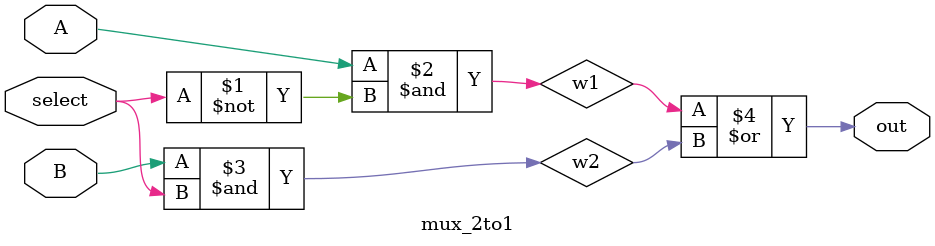
<source format=v>
module mux_2to1 (
    input  A, 
    input  B,
    input select,
    output out
);

  wire w1, w2, w3;
  and (w1, A,~select);
  and (w2,B,select);
  or (out, w1, w2);
endmodule   




</source>
